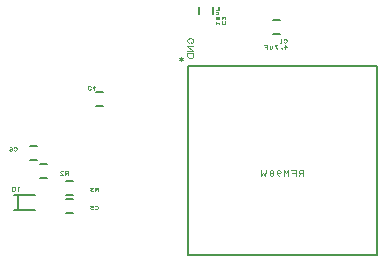
<source format=gbr>
%FSLAX23Y23*%
%MOIN*%
G04 EasyPC Gerber Version 17.0 Build 3379 *
%ADD11C,0.00100*%
%ADD16C,0.00128*%
%ADD10C,0.00500*%
%ADD12C,0.00600*%
%ADD14C,0.00800*%
X0Y0D02*
D02*
D10*
X1563Y873D02*
Y243D01*
X933*
Y873*
X1563*
D02*
D11*
X911Y904D02*
Y891D01*
X917Y900D02*
X905Y894D01*
Y900D02*
X917Y894D01*
X943Y954D02*
Y949D01*
X945*
X948Y951*
X950Y952*
X951Y955*
Y959*
X950Y962*
X948Y963*
X945Y965*
X939*
X936Y963*
X934Y962*
X932Y959*
Y955*
X934Y952*
X936Y951*
X939Y949*
X951Y940D02*
X932D01*
X951Y924*
X932*
X951Y915D02*
X932D01*
Y905*
X934Y902*
X936Y901*
X939Y899*
X945*
X948Y901*
X950Y902*
X951Y905*
Y915*
X1318Y507D02*
Y526D01*
X1307*
X1304Y524*
X1303Y521*
X1304Y518*
X1307Y517*
X1318*
X1307D02*
X1303Y507D01*
X1293D02*
Y526D01*
X1278*
X1281Y517D02*
X1293D01*
X1268Y507D02*
Y526D01*
X1260Y517*
X1253Y526*
Y507*
X1239D02*
X1235Y509D01*
X1232Y512*
X1231Y517*
Y521*
X1232Y524*
X1235Y526*
X1239*
X1242Y524*
X1243Y521*
X1242Y518*
X1239Y517*
X1235*
X1232Y518*
X1231Y521*
X1214Y517D02*
X1210D01*
X1207Y518*
X1206Y521*
X1207Y524*
X1210Y526*
X1214*
X1217Y524*
X1218Y521*
X1217Y518*
X1214Y517*
X1217Y515*
X1218Y512*
X1217Y509*
X1214Y507*
X1210*
X1207Y509*
X1206Y512*
X1207Y515*
X1210Y517*
X1193Y526D02*
X1192Y507D01*
X1185Y517*
X1179Y507*
X1178Y526*
D02*
D12*
X430Y559D02*
X406D01*
X430Y606D02*
X406D01*
X465Y499D02*
X441D01*
X465Y546D02*
X441D01*
X550Y384D02*
X526D01*
X550Y431D02*
X526D01*
X550Y444D02*
X526D01*
X550Y491D02*
X526D01*
X629Y741D02*
X652D01*
X629Y788D02*
X652D01*
X970Y1069D02*
Y1046D01*
X1017Y1069D02*
Y1046D01*
X1240Y979D02*
X1216D01*
X1240Y1026D02*
X1216D01*
D02*
D14*
X353Y392D02*
X424D01*
X353Y443D02*
X424D01*
X369Y392D02*
Y443D01*
D02*
D16*
X348Y469D02*
Y458D01*
X354*
X356Y459*
X357Y460*
X358Y462*
Y466*
X357Y468*
X356Y469*
X354Y469*
X348*
X366D02*
X370D01*
X368D02*
Y458D01*
X366Y460*
X353Y593D02*
X354Y592D01*
X356Y591*
X359*
X361Y592*
X362Y593*
X363Y595*
Y599*
X362Y601*
X361Y602*
X359Y603*
X356*
X354Y602*
X353Y601*
X347Y594D02*
X346Y596D01*
X344Y597*
X342*
X340Y596*
X339Y594*
X340Y592*
X342Y591*
X344*
X346Y592*
X347Y594*
Y597*
X346Y600*
X344Y602*
X342Y603*
X533Y511D02*
Y523D01*
X526*
X524Y522*
X523Y520*
X524Y518*
X526Y516*
X533*
X526D02*
X523Y511D01*
X509D02*
X517D01*
X510Y518*
X509Y520*
X510Y522*
X512Y523*
X515*
X517Y522*
X610Y804D02*
X609Y805D01*
X607Y806*
X604*
X602Y805*
X601Y804*
X600Y802*
Y798*
X601Y796*
X602Y795*
X604Y794*
X607*
X609Y795*
X610Y796*
X621Y806D02*
Y794D01*
X616Y802*
X624*
X623Y398D02*
X624Y397D01*
X626Y396*
X629*
X631Y397*
X632Y398*
X633Y400*
Y404*
X632Y406*
X631Y406*
X629Y407*
X626*
X624Y406*
X623Y406*
X617Y397D02*
X615Y396D01*
X612*
X610Y397*
X609Y399*
Y400*
X610Y402*
X612Y403*
X617*
Y407*
X609*
X633Y456D02*
Y468D01*
X626*
X624Y467*
X623Y465*
X624Y463*
X626Y462*
X633*
X626D02*
X623Y456D01*
X616Y457D02*
X614Y456D01*
X612*
X610Y457*
X609Y459*
X610Y461*
X612Y462*
X614*
X612D02*
X610Y463D01*
X609Y465*
X610Y467*
X612Y468*
X614*
X616Y467*
X1048Y1023D02*
X1047Y1022D01*
X1046Y1020*
Y1016*
X1047Y1014*
X1048Y1014*
X1050Y1013*
X1054*
X1056Y1014*
X1057Y1014*
X1058Y1016*
Y1020*
X1057Y1022*
X1056Y1023*
X1047Y1030D02*
X1046Y1032D01*
Y1034*
X1047Y1036*
X1049Y1037*
X1051Y1036*
X1052Y1034*
Y1032*
Y1034D02*
X1053Y1036D01*
X1055Y1037*
X1057Y1036*
X1058Y1034*
Y1032*
X1057Y1030*
X1027Y1014D02*
Y1019D01*
Y1016D02*
X1039D01*
X1037Y1014*
X1028Y1030D02*
X1027Y1032D01*
Y1034*
X1028Y1036*
X1030Y1037*
X1036*
X1038Y1036*
X1039Y1034*
Y1032*
X1038Y1030*
X1036Y1029*
X1030*
X1028Y1030*
X1038Y1036*
X1027Y1045D02*
X1035D01*
X1032D02*
X1034Y1046D01*
X1035Y1048*
Y1050*
X1034Y1052*
X1032Y1053*
X1027*
Y1061D02*
X1039D01*
Y1071*
X1033Y1069D02*
Y1061D01*
X1253Y953D02*
X1254Y952D01*
X1256Y951*
X1259*
X1261Y952*
X1262Y953*
X1263Y955*
Y959*
X1262Y961*
X1261Y962*
X1259Y963*
X1256*
X1254Y962*
X1253Y961*
X1245Y951D02*
X1241D01*
X1243D02*
Y963D01*
X1245Y961*
X1258Y931D02*
Y943D01*
X1263Y935*
X1255*
X1246Y931D02*
X1245Y932D01*
X1246Y933*
X1247Y932*
X1246Y931*
X1231D02*
X1223Y943D01*
X1231*
X1215Y939D02*
Y934D01*
X1214Y932*
X1212Y931*
X1210*
X1208Y932*
X1207Y934*
Y939D02*
Y931D01*
X1199D02*
Y943D01*
X1189*
X1191Y937D02*
X1199D01*
X0Y0D02*
M02*

</source>
